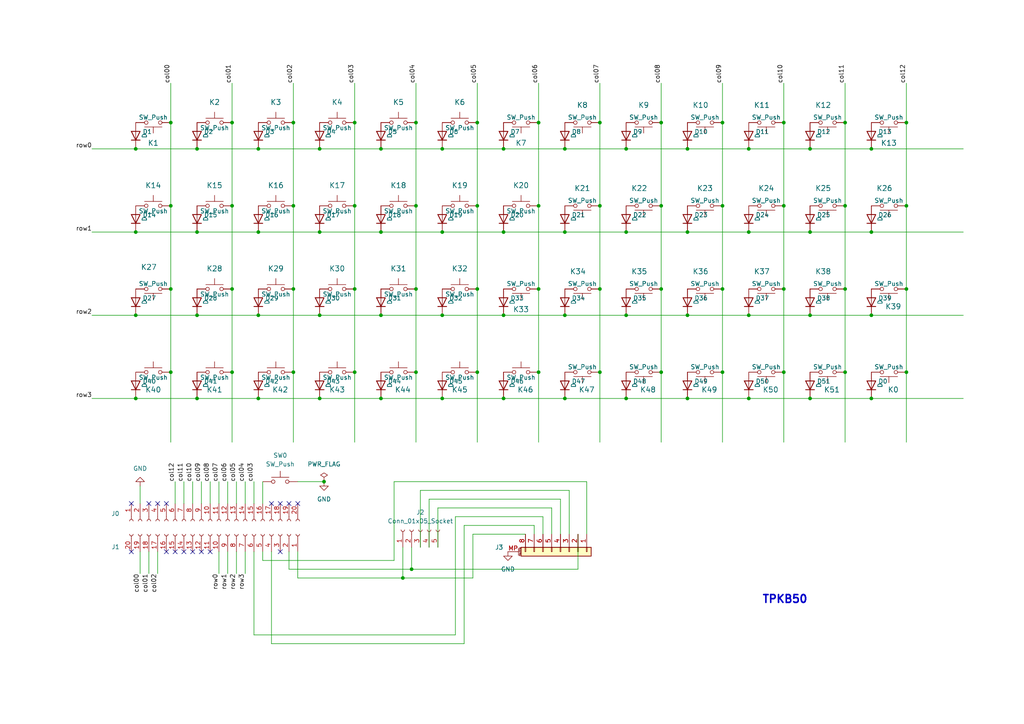
<source format=kicad_sch>
(kicad_sch (version 20230121) (generator eeschema)
  (paper "A4")
  (title_block (title "tpkb50") (date "2023-09-05") (rev "1.0"))
  (lib_symbols
    (symbol "Connector:Conn_01x05_Socket" (pin_names (offset 1.016) hide)
      (property "Reference" "J" (at 0 7.62 0))
      (property "Value" "Conn_01x05_Socket" (at 0 -7.62 0))
      (symbol "Conn_01x05_Socket_1_1"
        (pin passive line (at -5.08 5.08 0) (length 3.81) (name "Pin_1") (number "1"))
        (pin passive line (at -5.08 2.54 0) (length 3.81) (name "Pin_2") (number "2"))
        (pin passive line (at -5.08 0 0) (length 3.81) (name "Pin_3") (number "3"))
        (pin passive line (at -5.08 -2.54 0) (length 3.81) (name "Pin_4") (number "4"))
        (pin passive line (at -5.08 -5.08 0) (length 3.81) (name "Pin_5") (number "5"))
      )
    )
    (symbol "Connector:Conn_01x20_Socket" (pin_names (offset 1.016) hide)
      (property "Reference" "J" (at 0 25.4 0))
      (property "Value" "Conn_01x20_Socket" (at 0 -27.94 0))
      (symbol "Conn_01x20_Socket_1_1"
        (pin passive line (at -5.08 22.86 0) (length 3.81) (name "Pin_1") (number "1"))
        (pin passive line (at -5.08 0 0) (length 3.81) (name "Pin_10") (number "10"))
        (pin passive line (at -5.08 -2.54 0) (length 3.81) (name "Pin_11") (number "11"))
        (pin passive line (at -5.08 -5.08 0) (length 3.81) (name "Pin_12") (number "12"))
        (pin passive line (at -5.08 -7.62 0) (length 3.81) (name "Pin_13") (number "13"))
        (pin passive line (at -5.08 -10.16 0) (length 3.81) (name "Pin_14") (number "14"))
        (pin passive line (at -5.08 -12.7 0) (length 3.81) (name "Pin_15") (number "15"))
        (pin passive line (at -5.08 -15.24 0) (length 3.81) (name "Pin_16") (number "16"))
        (pin passive line (at -5.08 -17.78 0) (length 3.81) (name "Pin_17") (number "17"))
        (pin passive line (at -5.08 -20.32 0) (length 3.81) (name "Pin_18") (number "18"))
        (pin passive line (at -5.08 -22.86 0) (length 3.81) (name "Pin_19") (number "19"))
        (pin passive line (at -5.08 20.32 0) (length 3.81) (name "Pin_2") (number "2"))
        (pin passive line (at -5.08 -25.4 0) (length 3.81) (name "Pin_20") (number "20"))
        (pin passive line (at -5.08 17.78 0) (length 3.81) (name "Pin_3") (number "3"))
        (pin passive line (at -5.08 15.24 0) (length 3.81) (name "Pin_4") (number "4"))
        (pin passive line (at -5.08 12.7 0) (length 3.81) (name "Pin_5") (number "5"))
        (pin passive line (at -5.08 10.16 0) (length 3.81) (name "Pin_6") (number "6"))
        (pin passive line (at -5.08 7.62 0) (length 3.81) (name "Pin_7") (number "7"))
        (pin passive line (at -5.08 5.08 0) (length 3.81) (name "Pin_8") (number "8"))
        (pin passive line (at -5.08 2.54 0) (length 3.81) (name "Pin_9") (number "9"))
      )
    )
    (symbol "Connector_Generic_MountingPin:Conn_01x08_MountingPin" (pin_names (offset 1.016) hide)
      (property "Reference" "J" (at 0 10.16 0))
      (property "Value" "Conn_01x08_MountingPin" (at 1.27 -12.7 0))
      (symbol "Conn_01x08_MountingPin_1_1"
        (text "Mounting" (at 0 -11.811 0) (effects (font (size 0.381 0.381))))
        (pin passive line (at -5.08 7.62 0) (length 3.81) (name "Pin_1") (number "1"))
        (pin passive line (at -5.08 5.08 0) (length 3.81) (name "Pin_2") (number "2"))
        (pin passive line (at -5.08 2.54 0) (length 3.81) (name "Pin_3") (number "3"))
        (pin passive line (at -5.08 0 0) (length 3.81) (name "Pin_4") (number "4"))
        (pin passive line (at -5.08 -2.54 0) (length 3.81) (name "Pin_5") (number "5"))
        (pin passive line (at -5.08 -5.08 0) (length 3.81) (name "Pin_6") (number "6"))
        (pin passive line (at -5.08 -7.62 0) (length 3.81) (name "Pin_7") (number "7"))
        (pin passive line (at -5.08 -10.16 0) (length 3.81) (name "Pin_8") (number "8"))
        (pin passive line (at 0 -15.24 90) (length 3.048) (name "MountPin") (number "MP"))
      )
    )
    (symbol "Device:D" (pin_numbers hide) (pin_names (offset 1.016) hide)
      (property "Reference" "D" (at 0 2.54 0))
      (property "Value" "D" (at 0 -2.54 0))
      (symbol "D_1_1"
        (pin passive line (at -3.81 0 0) (length 2.54) (name "K") (number "1"))
        (pin passive line (at 3.81 0 180) (length 2.54) (name "A") (number "2"))
      )
    )
    (symbol "Switch:SW_Push" (pin_numbers hide) (pin_names (offset 1.016) hide)
      (property "Reference" "SW" (at 1.27 2.54 0))
      (property "Value" "SW_Push" (at 0 -1.524 0))
      (symbol "SW_Push_0_1"
        (pin passive line (at -5.08 0 0) (length 2.54) (name "1") (number "1"))
        (pin passive line (at 5.08 0 180) (length 2.54) (name "2") (number "2"))
      )
    )
    (symbol "power:GND" (power) (pin_names (offset 0))
      (property "Value" "GND" (at 0 -3.81 0))
      (symbol "GND_1_1"
        (pin power_in line (at 0 0 270) (length 0) hide (name "GND") (number "1"))
      )
    )
    (symbol "power:PWR_FLAG" (power) (pin_numbers hide) (pin_names (offset 0) hide)
      (property "Value" "PWR_FLAG" (at 0 3.81 0))
      (symbol "PWR_FLAG_0_0"
        (pin power_out line (at 0 0 90) (length 0) (name "pwr") (number "1"))
      )
    )
  )
  (junction (at 110.49 115.57))
  (junction (at 92.71 115.57))
  (junction (at 227.33 35.56))
  (junction (at 209.55 107.95))
  (junction (at 92.71 67.31))
  (junction (at 227.33 83.82))
  (junction (at 74.93 115.57))
  (junction (at 262.89 107.95))
  (junction (at 67.31 107.95))
  (junction (at 138.43 83.82))
  (junction (at 85.09 107.95))
  (junction (at 119.38 165.1))
  (junction (at 234.95 43.18))
  (junction (at 49.53 35.56))
  (junction (at 217.17 115.57))
  (junction (at 128.27 91.44))
  (junction (at 209.55 83.82))
  (junction (at 234.95 91.44))
  (junction (at 227.33 107.95))
  (junction (at 156.21 59.69))
  (junction (at 252.73 115.57))
  (junction (at 128.27 115.57))
  (junction (at 163.83 91.44))
  (junction (at 146.05 43.18))
  (junction (at 49.53 107.95))
  (junction (at 209.55 59.69))
  (junction (at 262.89 35.56))
  (junction (at 120.65 83.82))
  (junction (at 191.77 35.56))
  (junction (at 102.87 107.95))
  (junction (at 173.99 83.82))
  (junction (at 39.37 67.31))
  (junction (at 93.98 139.7))
  (junction (at 138.43 35.56))
  (junction (at 102.87 35.56))
  (junction (at 245.11 59.69))
  (junction (at 67.31 35.56))
  (junction (at 85.09 35.56))
  (junction (at 146.05 67.31))
  (junction (at 234.95 115.57))
  (junction (at 57.15 91.44))
  (junction (at 92.71 43.18))
  (junction (at 57.15 67.31))
  (junction (at 262.89 59.69))
  (junction (at 234.95 67.31))
  (junction (at 120.65 59.69))
  (junction (at 39.37 91.44))
  (junction (at 245.11 35.56))
  (junction (at 138.43 59.69))
  (junction (at 128.27 67.31))
  (junction (at 120.65 107.95))
  (junction (at 156.21 83.82))
  (junction (at 227.33 59.69))
  (junction (at 39.37 43.18))
  (junction (at 217.17 91.44))
  (junction (at 156.21 35.56))
  (junction (at 120.65 35.56))
  (junction (at 74.93 43.18))
  (junction (at 209.55 35.56))
  (junction (at 173.99 107.95))
  (junction (at 199.39 115.57))
  (junction (at 252.73 91.44))
  (junction (at 39.37 115.57))
  (junction (at 102.87 59.69))
  (junction (at 262.89 83.82))
  (junction (at 156.21 107.95))
  (junction (at 181.61 43.18))
  (junction (at 128.27 43.18))
  (junction (at 85.09 83.82))
  (junction (at 191.77 107.95))
  (junction (at 110.49 43.18))
  (junction (at 49.53 83.82))
  (junction (at 191.77 83.82))
  (junction (at 146.05 91.44))
  (junction (at 110.49 91.44))
  (junction (at 217.17 67.31))
  (junction (at 199.39 91.44))
  (junction (at 57.15 43.18))
  (junction (at 173.99 35.56))
  (junction (at 163.83 43.18))
  (junction (at 49.53 59.69))
  (junction (at 191.77 59.69))
  (junction (at 252.73 67.31))
  (junction (at 138.43 107.95))
  (junction (at 199.39 43.18))
  (junction (at 67.31 59.69))
  (junction (at 57.15 115.57))
  (junction (at 85.09 59.69))
  (junction (at 74.93 67.31))
  (junction (at 181.61 91.44))
  (junction (at 217.17 43.18))
  (junction (at 67.31 83.82))
  (junction (at 116.84 167.64))
  (junction (at 199.39 67.31))
  (junction (at 181.61 115.57))
  (junction (at 92.71 91.44))
  (junction (at 163.83 115.57))
  (junction (at 110.49 67.31))
  (junction (at 102.87 83.82))
  (junction (at 181.61 67.31))
  (junction (at 173.99 59.69))
  (junction (at 74.93 91.44))
  (junction (at 245.11 107.95))
  (junction (at 146.05 115.57))
  (junction (at 252.73 43.18))
  (junction (at 245.11 83.82))
  (junction (at 163.83 67.31))
  (no_connect (at 48.26 160.02))
  (no_connect (at 38.1 146.05))
  (no_connect (at 83.82 146.05))
  (no_connect (at 50.8 160.02))
  (no_connect (at 43.18 146.05))
  (no_connect (at 86.36 146.05))
  (no_connect (at 78.74 146.05))
  (no_connect (at 81.28 160.02))
  (no_connect (at 53.34 160.02))
  (no_connect (at 48.26 146.05))
  (no_connect (at 58.42 160.02))
  (no_connect (at 55.88 160.02))
  (no_connect (at 38.1 160.02))
  (no_connect (at 60.96 160.02))
  (no_connect (at 45.72 146.05))
  (no_connect (at 81.28 146.05))
  (wire (pts (xy 110.49 67.31) (xy 128.27 67.31)))
  (wire (pts (xy 49.53 24.13) (xy 49.53 35.56)))
  (wire (pts (xy 181.61 91.44) (xy 199.39 91.44)))
  (wire (pts (xy 110.49 115.57) (xy 128.27 115.57)))
  (wire (pts (xy 55.88 139.7) (xy 55.88 146.05)))
  (wire (pts (xy 85.09 59.69) (xy 85.09 83.82)))
  (wire (pts (xy 173.99 35.56) (xy 173.99 59.69)))
  (wire (pts (xy 209.55 59.69) (xy 209.55 83.82)))
  (wire (pts (xy 173.99 107.95) (xy 173.99 128.27)))
  (wire (pts (xy 227.33 83.82) (xy 227.33 107.95)))
  (wire (pts (xy 63.5 139.7) (xy 63.5 146.05)))
  (wire (pts (xy 234.95 67.31) (xy 252.73 67.31)))
  (wire (pts (xy 57.15 115.57) (xy 74.93 115.57)))
  (wire (pts (xy 252.73 43.18) (xy 279.4 43.18)))
  (wire (pts (xy 191.77 35.56) (xy 191.77 59.69)))
  (wire (pts (xy 134.62 152.4) (xy 134.62 186.69)))
  (wire (pts (xy 93.98 139.7) (xy 86.36 139.7)))
  (wire (pts (xy 102.87 24.13) (xy 102.87 35.56)))
  (wire (pts (xy 154.94 154.94) (xy 154.94 152.4)))
  (wire (pts (xy 262.89 83.82) (xy 262.89 107.95)))
  (wire (pts (xy 209.55 83.82) (xy 209.55 107.95)))
  (wire (pts (xy 67.31 59.69) (xy 67.31 83.82)))
  (wire (pts (xy 245.11 35.56) (xy 245.11 59.69)))
  (wire (pts (xy 199.39 43.18) (xy 217.17 43.18)))
  (wire (pts (xy 262.89 24.13) (xy 262.89 35.56)))
  (wire (pts (xy 92.71 43.18) (xy 110.49 43.18)))
  (wire (pts (xy 57.15 67.31) (xy 74.93 67.31)))
  (wire (pts (xy 165.1 154.94) (xy 165.1 142.24)))
  (wire (pts (xy 199.39 115.57) (xy 217.17 115.57)))
  (wire (pts (xy 120.65 35.56) (xy 120.65 59.69)))
  (wire (pts (xy 156.21 35.56) (xy 156.21 59.69)))
  (wire (pts (xy 85.09 24.13) (xy 85.09 35.56)))
  (wire (pts (xy 114.3 162.56) (xy 114.3 139.7)))
  (wire (pts (xy 163.83 43.18) (xy 181.61 43.18)))
  (wire (pts (xy 57.15 43.18) (xy 74.93 43.18)))
  (wire (pts (xy 43.18 160.02) (xy 43.18 166.37)))
  (wire (pts (xy 160.02 154.94) (xy 160.02 147.32)))
  (wire (pts (xy 73.66 184.15) (xy 132.08 184.15)))
  (wire (pts (xy 67.31 83.82) (xy 67.31 107.95)))
  (wire (pts (xy 40.64 140.97) (xy 40.64 146.05)))
  (wire (pts (xy 170.18 154.94) (xy 170.18 139.7)))
  (wire (pts (xy 157.48 149.86) (xy 157.48 154.94)))
  (wire (pts (xy 173.99 83.82) (xy 173.99 107.95)))
  (wire (pts (xy 154.94 152.4) (xy 134.62 152.4)))
  (wire (pts (xy 66.04 139.7) (xy 66.04 146.05)))
  (wire (pts (xy 102.87 107.95) (xy 102.87 128.27)))
  (wire (pts (xy 146.05 67.31) (xy 163.83 67.31)))
  (wire (pts (xy 39.37 115.57) (xy 57.15 115.57)))
  (wire (pts (xy 102.87 59.69) (xy 102.87 83.82)))
  (wire (pts (xy 262.89 59.69) (xy 262.89 83.82)))
  (wire (pts (xy 49.53 35.56) (xy 49.53 59.69)))
  (wire (pts (xy 121.92 142.24) (xy 165.1 142.24)))
  (wire (pts (xy 39.37 91.44) (xy 57.15 91.44)))
  (wire (pts (xy 262.89 107.95) (xy 262.89 128.27)))
  (wire (pts (xy 86.36 167.64) (xy 86.36 160.02)))
  (wire (pts (xy 173.99 59.69) (xy 173.99 83.82)))
  (wire (pts (xy 217.17 91.44) (xy 234.95 91.44)))
  (wire (pts (xy 116.84 167.64) (xy 137.16 167.64)))
  (wire (pts (xy 138.43 83.82) (xy 138.43 107.95)))
  (wire (pts (xy 156.21 24.13) (xy 156.21 35.56)))
  (wire (pts (xy 120.65 59.69) (xy 120.65 83.82)))
  (wire (pts (xy 209.55 35.56) (xy 209.55 59.69)))
  (wire (pts (xy 199.39 67.31) (xy 217.17 67.31)))
  (wire (pts (xy 26.67 115.57) (xy 39.37 115.57)))
  (wire (pts (xy 234.95 115.57) (xy 252.73 115.57)))
  (wire (pts (xy 217.17 67.31) (xy 234.95 67.31)))
  (wire (pts (xy 138.43 35.56) (xy 138.43 59.69)))
  (wire (pts (xy 162.56 144.78) (xy 162.56 154.94)))
  (wire (pts (xy 137.16 154.94) (xy 152.4 154.94)))
  (wire (pts (xy 120.65 24.13) (xy 120.65 35.56)))
  (wire (pts (xy 74.93 115.57) (xy 92.71 115.57)))
  (wire (pts (xy 92.71 67.31) (xy 110.49 67.31)))
  (wire (pts (xy 49.53 107.95) (xy 49.53 128.27)))
  (wire (pts (xy 71.12 139.7) (xy 71.12 146.05)))
  (wire (pts (xy 67.31 35.56) (xy 67.31 59.69)))
  (wire (pts (xy 199.39 91.44) (xy 217.17 91.44)))
  (wire (pts (xy 110.49 91.44) (xy 128.27 91.44)))
  (wire (pts (xy 85.09 83.82) (xy 85.09 107.95)))
  (wire (pts (xy 45.72 160.02) (xy 45.72 166.37)))
  (wire (pts (xy 63.5 160.02) (xy 63.5 166.37)))
  (wire (pts (xy 121.92 142.24) (xy 121.92 158.75)))
  (wire (pts (xy 173.99 24.13) (xy 173.99 35.56)))
  (wire (pts (xy 40.64 160.02) (xy 40.64 166.37)))
  (wire (pts (xy 57.15 91.44) (xy 74.93 91.44)))
  (wire (pts (xy 128.27 115.57) (xy 146.05 115.57)))
  (wire (pts (xy 252.73 67.31) (xy 279.4 67.31)))
  (wire (pts (xy 26.67 67.31) (xy 39.37 67.31)))
  (wire (pts (xy 146.05 115.57) (xy 163.83 115.57)))
  (wire (pts (xy 119.38 165.1) (xy 83.82 165.1)))
  (wire (pts (xy 124.46 144.78) (xy 124.46 158.75)))
  (wire (pts (xy 74.93 43.18) (xy 92.71 43.18)))
  (wire (pts (xy 132.08 149.86) (xy 157.48 149.86)))
  (wire (pts (xy 132.08 149.86) (xy 132.08 184.15)))
  (wire (pts (xy 156.21 59.69) (xy 156.21 83.82)))
  (wire (pts (xy 209.55 107.95) (xy 209.55 128.27)))
  (wire (pts (xy 167.64 165.1) (xy 119.38 165.1)))
  (wire (pts (xy 217.17 43.18) (xy 234.95 43.18)))
  (wire (pts (xy 53.34 139.7) (xy 53.34 146.05)))
  (wire (pts (xy 66.04 166.37) (xy 66.04 160.02)))
  (wire (pts (xy 26.67 43.18) (xy 39.37 43.18)))
  (wire (pts (xy 49.53 59.69) (xy 49.53 83.82)))
  (wire (pts (xy 163.83 67.31) (xy 181.61 67.31)))
  (wire (pts (xy 26.67 91.44) (xy 39.37 91.44)))
  (wire (pts (xy 110.49 43.18) (xy 128.27 43.18)))
  (wire (pts (xy 191.77 24.13) (xy 191.77 35.56)))
  (wire (pts (xy 146.05 43.18) (xy 163.83 43.18)))
  (wire (pts (xy 58.42 139.7) (xy 58.42 146.05)))
  (wire (pts (xy 262.89 35.56) (xy 262.89 59.69)))
  (wire (pts (xy 138.43 24.13) (xy 138.43 35.56)))
  (wire (pts (xy 78.74 186.69) (xy 134.62 186.69)))
  (wire (pts (xy 156.21 83.82) (xy 156.21 107.95)))
  (wire (pts (xy 71.12 166.37) (xy 71.12 160.02)))
  (wire (pts (xy 102.87 83.82) (xy 102.87 107.95)))
  (wire (pts (xy 76.2 139.7) (xy 76.2 146.05)))
  (wire (pts (xy 83.82 160.02) (xy 83.82 165.1)))
  (wire (pts (xy 227.33 107.95) (xy 227.33 128.27)))
  (wire (pts (xy 39.37 67.31) (xy 57.15 67.31)))
  (wire (pts (xy 191.77 83.82) (xy 191.77 107.95)))
  (wire (pts (xy 156.21 107.95) (xy 156.21 128.27)))
  (wire (pts (xy 67.31 24.13) (xy 67.31 35.56)))
  (wire (pts (xy 128.27 43.18) (xy 146.05 43.18)))
  (wire (pts (xy 137.16 154.94) (xy 137.16 167.64)))
  (wire (pts (xy 138.43 59.69) (xy 138.43 83.82)))
  (wire (pts (xy 120.65 83.82) (xy 120.65 107.95)))
  (wire (pts (xy 76.2 162.56) (xy 114.3 162.56)))
  (wire (pts (xy 73.66 139.7) (xy 73.66 146.05)))
  (wire (pts (xy 119.38 165.1) (xy 119.38 158.75)))
  (wire (pts (xy 163.83 91.44) (xy 181.61 91.44)))
  (wire (pts (xy 68.58 139.7) (xy 68.58 146.05)))
  (wire (pts (xy 181.61 67.31) (xy 199.39 67.31)))
  (wire (pts (xy 127 147.32) (xy 127 158.75)))
  (wire (pts (xy 116.84 158.75) (xy 116.84 167.64)))
  (wire (pts (xy 163.83 115.57) (xy 181.61 115.57)))
  (wire (pts (xy 252.73 91.44) (xy 279.4 91.44)))
  (wire (pts (xy 78.74 160.02) (xy 78.74 186.69)))
  (wire (pts (xy 74.93 91.44) (xy 92.71 91.44)))
  (wire (pts (xy 85.09 107.95) (xy 85.09 128.27)))
  (wire (pts (xy 181.61 115.57) (xy 199.39 115.57)))
  (wire (pts (xy 227.33 35.56) (xy 227.33 59.69)))
  (wire (pts (xy 92.71 91.44) (xy 110.49 91.44)))
  (wire (pts (xy 86.36 167.64) (xy 116.84 167.64)))
  (wire (pts (xy 128.27 67.31) (xy 146.05 67.31)))
  (wire (pts (xy 92.71 115.57) (xy 110.49 115.57)))
  (wire (pts (xy 138.43 107.95) (xy 138.43 128.27)))
  (wire (pts (xy 73.66 160.02) (xy 73.66 184.15)))
  (wire (pts (xy 227.33 59.69) (xy 227.33 83.82)))
  (wire (pts (xy 85.09 35.56) (xy 85.09 59.69)))
  (wire (pts (xy 234.95 91.44) (xy 252.73 91.44)))
  (wire (pts (xy 49.53 83.82) (xy 49.53 107.95)))
  (wire (pts (xy 67.31 107.95) (xy 67.31 128.27)))
  (wire (pts (xy 114.3 139.7) (xy 170.18 139.7)))
  (wire (pts (xy 50.8 139.7) (xy 50.8 146.05)))
  (wire (pts (xy 252.73 115.57) (xy 279.4 115.57)))
  (wire (pts (xy 39.37 43.18) (xy 57.15 43.18)))
  (wire (pts (xy 146.05 91.44) (xy 163.83 91.44)))
  (wire (pts (xy 209.55 24.13) (xy 209.55 35.56)))
  (wire (pts (xy 74.93 67.31) (xy 92.71 67.31)))
  (wire (pts (xy 245.11 59.69) (xy 245.11 83.82)))
  (wire (pts (xy 160.02 147.32) (xy 127 147.32)))
  (wire (pts (xy 245.11 83.82) (xy 245.11 107.95)))
  (wire (pts (xy 128.27 91.44) (xy 146.05 91.44)))
  (wire (pts (xy 60.96 139.7) (xy 60.96 146.05)))
  (wire (pts (xy 76.2 160.02) (xy 76.2 162.56)))
  (wire (pts (xy 191.77 59.69) (xy 191.77 83.82)))
  (wire (pts (xy 68.58 160.02) (xy 68.58 166.37)))
  (wire (pts (xy 191.77 107.95) (xy 191.77 128.27)))
  (wire (pts (xy 181.61 43.18) (xy 199.39 43.18)))
  (wire (pts (xy 102.87 35.56) (xy 102.87 59.69)))
  (wire (pts (xy 120.65 107.95) (xy 120.65 128.27)))
  (wire (pts (xy 245.11 24.13) (xy 245.11 35.56)))
  (wire (pts (xy 234.95 43.18) (xy 252.73 43.18)))
  (wire (pts (xy 245.11 107.95) (xy 245.11 128.27)))
  (wire (pts (xy 227.33 24.13) (xy 227.33 35.56)))
  (wire (pts (xy 167.64 154.94) (xy 167.64 165.1)))
  (wire (pts (xy 217.17 115.57) (xy 234.95 115.57)))
  (wire (pts (xy 124.46 144.78) (xy 162.56 144.78)))
  (text "TPKB50" (at 220.98 175.26 0) (effects (font (size 2.2606 2.2606) (thickness 0.4521) bold) (justify left bottom)))
  (label "row1" (at 26.67 67.31 180))
  (label "col06" (at 156.21 24.13 90))
  (label "col04" (at 71.12 139.7 90))
  (label "col12" (at 50.8 139.7 90))
  (label "col03" (at 73.66 139.7 90))
  (label "col07" (at 173.99 24.13 90))
  (label "col05" (at 138.43 24.13 90))
  (label "col08" (at 60.96 139.7 90))
  (label "row0" (at 26.67 43.18 180))
  (label "col10" (at 55.88 139.7 90))
  (label "col09" (at 209.55 24.13 90))
  (label "col01" (at 43.18 166.37 270))
  (label "col06" (at 66.04 139.7 90))
  (label "col00" (at 49.53 24.13 90))
  (label "col02" (at 85.09 24.13 90))
  (label "col09" (at 58.42 139.7 90))
  (label "col05" (at 68.58 139.7 90))
  (label "col04" (at 120.65 24.13 90))
  (label "col11" (at 245.11 24.13 90))
  (label "row0" (at 63.5 166.37 270))
  (label "col00" (at 40.64 166.37 270))
  (label "col12" (at 262.89 24.13 90))
  (label "row1" (at 66.04 166.37 270))
  (label "row3" (at 71.12 166.37 270))
  (label "col02" (at 45.72 166.37 270))
  (label "row3" (at 26.67 115.57 180))
  (label "col11" (at 53.34 139.7 90))
  (label "row2" (at 26.67 91.44 180))
  (label "col10" (at 227.33 24.13 90))
  (label "col01" (at 67.31 24.13 90))
  (label "col03" (at 102.87 24.13 90))
  (label "row2" (at 68.58 166.37 270))
  (label "col07" (at 63.5 139.7 90))
  (label "col08" (at 191.77 24.13 90))
  (symbol (lib_id "Device:D") (at 92.71 87.63 90) (unit 1)
    (property "Reference" "D30" (at 94.7166 86.4616 90) (effects (justify right)))
    (property "Value" "D" (at 95.25 87.63 0))
    (property "Footprint" "tpkb50:D_DO-35_SOD27_P7.62mm_Horizontal" (effects hide))
    (property "Sim.Device" "D" (effects hide))
    (property "Sim.Pins" "1=K 2=A" (effects hide))
  )
  (symbol (lib_id "Device:D") (at 92.71 111.76 90) (unit 1)
    (property "Reference" "D43" (at 94.7166 110.5916 90) (effects (justify right)))
    (property "Value" "D" (at 95.25 111.76 0))
    (property "Footprint" "tpkb50:D_DO-35_SOD27_P7.62mm_Horizontal" (effects hide))
    (property "Sim.Device" "D" (effects hide))
    (property "Sim.Pins" "1=K 2=A" (effects hide))
  )
  (symbol (lib_id "Device:D") (at 110.49 111.76 90) (unit 1)
    (property "Reference" "D44" (at 112.4966 110.5916 90) (effects (justify right)))
    (property "Value" "D" (at 113.03 111.76 0))
    (property "Footprint" "tpkb50:D_DO-35_SOD27_P7.62mm_Horizontal" (effects hide))
    (property "Sim.Device" "D" (effects hide))
    (property "Sim.Pins" "1=K 2=A" (effects hide))
  )
  (symbol (lib_id "Device:D") (at 110.49 87.63 90) (unit 1)
    (property "Reference" "D31" (at 112.4966 86.4616 90) (effects (justify right)))
    (property "Value" "D" (at 113.03 87.63 0))
    (property "Footprint" "tpkb50:D_DO-35_SOD27_P7.62mm_Horizontal" (effects hide))
    (property "Sim.Device" "D" (effects hide))
    (property "Sim.Pins" "1=K 2=A" (effects hide))
  )
  (symbol (lib_id "Switch:SW_Push") (at 44.45 35.56 180) (unit 1)
    (property "Reference" "K1" (at 44.45 41.4782 0) (effects (font (size 1.524 1.524))))
    (property "Value" "SW_Push" (at 44.45 34.036 0))
    (property "Footprint" "tpkb50:SW_Cherry_MX_1.00u_Plate_18.5_fixed" (effects hide))
  )
  (symbol (lib_id "Device:D") (at 128.27 87.63 90) (unit 1)
    (property "Reference" "D32" (at 130.2766 86.4616 90) (effects (justify right)))
    (property "Value" "D" (at 130.81 87.63 0))
    (property "Footprint" "tpkb50:D_DO-35_SOD27_P7.62mm_Horizontal" (effects hide))
    (property "Sim.Device" "D" (effects hide))
    (property "Sim.Pins" "1=K 2=A" (effects hide))
  )
  (symbol (lib_id "Device:D") (at 128.27 111.76 90) (unit 1)
    (property "Reference" "D45" (at 130.2766 110.5916 90) (effects (justify right)))
    (property "Value" "D" (at 130.81 111.76 0))
    (property "Footprint" "tpkb50:D_DO-35_SOD27_P7.62mm_Horizontal" (effects hide))
    (property "Sim.Device" "D" (effects hide))
    (property "Sim.Pins" "1=K 2=A" (effects hide))
  )
  (symbol (lib_id "Device:D") (at 39.37 39.37 90) (unit 1)
    (property "Reference" "D1" (at 41.3766 38.2016 90) (effects (justify right)))
    (property "Value" "D" (at 41.91 39.37 0))
    (property "Footprint" "tpkb50:D_DO-35_SOD27_P7.62mm_Horizontal" (effects hide))
    (property "Sim.Device" "D" (effects hide))
    (property "Sim.Pins" "1=K 2=A" (effects hide))
  )
  (symbol (lib_id "Device:D") (at 163.83 87.63 90) (unit 1)
    (property "Reference" "D34" (at 165.8366 86.4616 90) (effects (justify right)))
    (property "Value" "D" (at 166.37 87.63 0))
    (property "Footprint" "tpkb50:D_DO-35_SOD27_P7.62mm_Horizontal" (effects hide))
    (property "Sim.Device" "D" (effects hide))
    (property "Sim.Pins" "1=K 2=A" (effects hide))
  )
  (symbol (lib_id "Device:D") (at 163.83 111.76 90) (unit 1)
    (property "Reference" "D47" (at 165.8366 110.5916 90) (effects (justify right)))
    (property "Value" "D" (at 166.37 111.76 0))
    (property "Footprint" "tpkb50:D_DO-35_SOD27_P7.62mm_Horizontal" (effects hide))
    (property "Sim.Device" "D" (effects hide))
    (property "Sim.Pins" "1=K 2=A" (effects hide))
  )
  (symbol (lib_id "Device:D") (at 146.05 111.76 90) (unit 1)
    (property "Reference" "D46" (at 148.0566 110.5916 90) (effects (justify right)))
    (property "Value" "D" (at 148.59 111.76 0))
    (property "Footprint" "tpkb50:D_DO-35_SOD27_P7.62mm_Horizontal" (effects hide))
    (property "Sim.Device" "D" (effects hide))
    (property "Sim.Pins" "1=K 2=A" (effects hide))
  )
  (symbol (lib_id "Switch:SW_Push") (at 62.23 35.56 0) (unit 1)
    (property "Reference" "K2" (at 62.23 29.6418 0) (effects (font (size 1.524 1.524))))
    (property "Value" "SW_Push" (at 62.23 37.084 0))
    (property "Footprint" "tpkb50:SW_Cherry_MX_1.00u_Plate_18.5_fixed" (effects hide))
  )
  (symbol (lib_id "Switch:SW_Push") (at 80.01 35.56 0) (unit 1)
    (property "Reference" "K3" (at 80.01 29.6418 0) (effects (font (size 1.524 1.524))))
    (property "Value" "SW_Push" (at 80.01 37.084 0))
    (property "Footprint" "tpkb50:SW_Cherry_MX_1.00u_Plate_18.5_fixed" (effects hide))
  )
  (symbol (lib_id "Switch:SW_Push") (at 97.79 35.56 0) (unit 1)
    (property "Reference" "K4" (at 97.79 29.6418 0) (effects (font (size 1.524 1.524))))
    (property "Value" "SW_Push" (at 97.79 37.084 0))
    (property "Footprint" "tpkb50:SW_Cherry_MX_1.00u_Plate_18.5_fixed" (effects hide))
  )
  (symbol (lib_id "Switch:SW_Push") (at 115.57 35.56 0) (unit 1)
    (property "Reference" "K5" (at 115.57 29.6418 0) (effects (font (size 1.524 1.524))))
    (property "Value" "SW_Push" (at 115.57 37.084 0))
    (property "Footprint" "tpkb50:SW_Cherry_MX_1.00u_Plate_18.5_fixed" (effects hide))
  )
  (symbol (lib_id "Switch:SW_Push") (at 133.35 35.56 0) (unit 1)
    (property "Reference" "K6" (at 133.35 29.6418 0) (effects (font (size 1.524 1.524))))
    (property "Value" "SW_Push" (at 133.35 37.084 0))
    (property "Footprint" "tpkb50:SW_Cherry_MX_1.00u_Plate_18.5_fixed" (effects hide))
  )
  (symbol (lib_id "Switch:SW_Push") (at 168.91 35.56 180) (unit 1)
    (property "Reference" "K8" (at 168.91 30.48 0) (effects (font (size 1.524 1.524))))
    (property "Value" "SW_Push" (at 168.91 34.036 0))
    (property "Footprint" "tpkb50:SW_Cherry_MX_1.00u_Plate_18.5_fixed" (effects hide))
  )
  (symbol (lib_id "Switch:SW_Push") (at 186.69 35.56 180) (unit 1)
    (property "Reference" "K9" (at 186.69 30.48 0) (effects (font (size 1.524 1.524))))
    (property "Value" "SW_Push" (at 186.69 34.036 0))
    (property "Footprint" "tpkb50:SW_Cherry_MX_1.00u_Plate_18.5_fixed" (effects hide))
  )
  (symbol (lib_id "Switch:SW_Push") (at 204.47 35.56 180) (unit 1)
    (property "Reference" "K10" (at 203.2 30.48 0) (effects (font (size 1.524 1.524))))
    (property "Value" "SW_Push" (at 204.47 34.036 0))
    (property "Footprint" "tpkb50:SW_Cherry_MX_1.00u_Plate_18.5_fixed" (effects hide))
  )
  (symbol (lib_id "Switch:SW_Push") (at 222.25 35.56 180) (unit 1)
    (property "Reference" "K11" (at 220.98 30.48 0) (effects (font (size 1.524 1.524))))
    (property "Value" "SW_Push" (at 222.25 34.036 0))
    (property "Footprint" "tpkb50:SW_Cherry_MX_1.00u_Plate_18.5_fixed" (effects hide))
  )
  (symbol (lib_id "Device:D") (at 252.73 111.76 90) (unit 1)
    (property "Reference" "D0" (at 254.7366 110.5916 90) (effects (justify right)))
    (property "Value" "D" (at 255.27 111.76 0))
    (property "Footprint" "tpkb50:D_DO-35_SOD27_P7.62mm_Horizontal" (effects hide))
    (property "Sim.Device" "D" (effects hide))
    (property "Sim.Pins" "1=K 2=A" (effects hide))
  )
  (symbol (lib_id "Switch:SW_Push") (at 240.03 35.56 180) (unit 1)
    (property "Reference" "K12" (at 238.76 30.48 0) (effects (font (size 1.524 1.524))))
    (property "Value" "SW_Push" (at 240.03 34.036 0))
    (property "Footprint" "tpkb50:SW_Cherry_MX_1.00u_Plate_18.5_fixed" (effects hide))
  )
  (symbol (lib_id "Switch:SW_Push") (at 257.81 35.56 180) (unit 1)
    (property "Reference" "K13" (at 257.81 41.4782 0) (effects (font (size 1.524 1.524))))
    (property "Value" "SW_Push" (at 257.81 34.036 0))
    (property "Footprint" "tpkb50:SW_Cherry_MX_1.00u_Plate_18.5_fixed" (effects hide))
  )
  (symbol (lib_id "Device:D") (at 252.73 87.63 90) (unit 1)
    (property "Reference" "D39" (at 254.7366 86.4616 90) (effects (justify right)))
    (property "Value" "D" (at 255.27 87.63 0))
    (property "Footprint" "tpkb50:D_DO-35_SOD27_P7.62mm_Horizontal" (effects hide))
    (property "Sim.Device" "D" (effects hide))
    (property "Sim.Pins" "1=K 2=A" (effects hide))
  )
  (symbol (lib_id "Device:D") (at 234.95 87.63 90) (unit 1)
    (property "Reference" "D38" (at 236.9566 86.4616 90) (effects (justify right)))
    (property "Value" "D" (at 237.49 87.63 0))
    (property "Footprint" "tpkb50:D_DO-35_SOD27_P7.62mm_Horizontal" (effects hide))
    (property "Sim.Device" "D" (effects hide))
    (property "Sim.Pins" "1=K 2=A" (effects hide))
  )
  (symbol (lib_id "Device:D") (at 217.17 87.63 90) (unit 1)
    (property "Reference" "D37" (at 219.1766 86.4616 90) (effects (justify right)))
    (property "Value" "D" (at 219.71 87.63 0))
    (property "Footprint" "tpkb50:D_DO-35_SOD27_P7.62mm_Horizontal" (effects hide))
    (property "Sim.Device" "D" (effects hide))
    (property "Sim.Pins" "1=K 2=A" (effects hide))
  )
  (symbol (lib_id "Device:D") (at 57.15 39.37 90) (unit 1)
    (property "Reference" "D2" (at 59.1566 38.2016 90) (effects (justify right)))
    (property "Value" "D" (at 59.69 39.37 0))
    (property "Footprint" "tpkb50:D_DO-35_SOD27_P7.62mm_Horizontal" (effects hide))
    (property "Sim.Device" "D" (effects hide))
    (property "Sim.Pins" "1=K 2=A" (effects hide))
  )
  (symbol (lib_id "Device:D") (at 74.93 39.37 90) (unit 1)
    (property "Reference" "D3" (at 76.9366 38.2016 90) (effects (justify right)))
    (property "Value" "D" (at 77.47 39.37 0))
    (property "Footprint" "tpkb50:D_DO-35_SOD27_P7.62mm_Horizontal" (effects hide))
    (property "Sim.Device" "D" (effects hide))
    (property "Sim.Pins" "1=K 2=A" (effects hide))
  )
  (symbol (lib_id "Device:D") (at 199.39 87.63 90) (unit 1)
    (property "Reference" "D36" (at 201.3966 86.4616 90) (effects (justify right)))
    (property "Value" "D" (at 201.93 87.63 0))
    (property "Footprint" "tpkb50:D_DO-35_SOD27_P7.62mm_Horizontal" (effects hide))
    (property "Sim.Device" "D" (effects hide))
    (property "Sim.Pins" "1=K 2=A" (effects hide))
  )
  (symbol (lib_id "Device:D") (at 92.71 39.37 90) (unit 1)
    (property "Reference" "D4" (at 94.7166 38.2016 90) (effects (justify right)))
    (property "Value" "D" (at 95.25 39.37 0))
    (property "Footprint" "tpkb50:D_DO-35_SOD27_P7.62mm_Horizontal" (effects hide))
    (property "Sim.Device" "D" (effects hide))
    (property "Sim.Pins" "1=K 2=A" (effects hide))
  )
  (symbol (lib_id "Device:D") (at 110.49 39.37 90) (unit 1)
    (property "Reference" "D5" (at 112.4966 38.2016 90) (effects (justify right)))
    (property "Value" "D" (at 113.03 39.37 0))
    (property "Footprint" "tpkb50:D_DO-35_SOD27_P7.62mm_Horizontal" (effects hide))
    (property "Sim.Device" "D" (effects hide))
    (property "Sim.Pins" "1=K 2=A" (effects hide))
  )
  (symbol (lib_id "Device:D") (at 128.27 39.37 90) (unit 1)
    (property "Reference" "D6" (at 130.2766 38.2016 90) (effects (justify right)))
    (property "Value" "D" (at 130.81 39.37 0))
    (property "Footprint" "tpkb50:D_DO-35_SOD27_P7.62mm_Horizontal" (effects hide))
    (property "Sim.Device" "D" (effects hide))
    (property "Sim.Pins" "1=K 2=A" (effects hide))
  )
  (symbol (lib_id "Device:D") (at 163.83 39.37 90) (unit 1)
    (property "Reference" "D8" (at 165.8366 38.2016 90) (effects (justify right)))
    (property "Value" "D" (at 166.37 39.37 0))
    (property "Footprint" "tpkb50:D_DO-35_SOD27_P7.62mm_Horizontal" (effects hide))
    (property "Sim.Device" "D" (effects hide))
    (property "Sim.Pins" "1=K 2=A" (effects hide))
  )
  (symbol (lib_id "Device:D") (at 181.61 87.63 90) (unit 1)
    (property "Reference" "D35" (at 183.6166 86.4616 90) (effects (justify right)))
    (property "Value" "D" (at 184.15 87.63 0))
    (property "Footprint" "tpkb50:D_DO-35_SOD27_P7.62mm_Horizontal" (effects hide))
    (property "Sim.Device" "D" (effects hide))
    (property "Sim.Pins" "1=K 2=A" (effects hide))
  )
  (symbol (lib_id "Device:D") (at 181.61 111.76 90) (unit 1)
    (property "Reference" "D48" (at 183.6166 110.5916 90) (effects (justify right)))
    (property "Value" "D" (at 184.15 111.76 0))
    (property "Footprint" "tpkb50:D_DO-35_SOD27_P7.62mm_Horizontal" (effects hide))
    (property "Sim.Device" "D" (effects hide))
    (property "Sim.Pins" "1=K 2=A" (effects hide))
  )
  (symbol (lib_id "Device:D") (at 181.61 39.37 90) (unit 1)
    (property "Reference" "D9" (at 183.6166 38.2016 90) (effects (justify right)))
    (property "Value" "D" (at 184.15 39.37 0))
    (property "Footprint" "tpkb50:D_DO-35_SOD27_P7.62mm_Horizontal" (effects hide))
    (property "Sim.Device" "D" (effects hide))
    (property "Sim.Pins" "1=K 2=A" (effects hide))
  )
  (symbol (lib_id "Device:D") (at 199.39 39.37 90) (unit 1)
    (property "Reference" "D10" (at 201.3966 38.2016 90) (effects (justify right)))
    (property "Value" "D" (at 201.93 39.37 0))
    (property "Footprint" "tpkb50:D_DO-35_SOD27_P7.62mm_Horizontal" (effects hide))
    (property "Sim.Device" "D" (effects hide))
    (property "Sim.Pins" "1=K 2=A" (effects hide))
  )
  (symbol (lib_id "Device:D") (at 217.17 39.37 90) (unit 1)
    (property "Reference" "D11" (at 219.1766 38.2016 90) (effects (justify right)))
    (property "Value" "D" (at 219.71 39.37 0))
    (property "Footprint" "tpkb50:D_DO-35_SOD27_P7.62mm_Horizontal" (effects hide))
    (property "Sim.Device" "D" (effects hide))
    (property "Sim.Pins" "1=K 2=A" (effects hide))
  )
  (symbol (lib_id "Device:D") (at 234.95 39.37 90) (unit 1)
    (property "Reference" "D12" (at 236.9566 38.2016 90) (effects (justify right)))
    (property "Value" "D" (at 237.49 39.37 0))
    (property "Footprint" "tpkb50:D_DO-35_SOD27_P7.62mm_Horizontal" (effects hide))
    (property "Sim.Device" "D" (effects hide))
    (property "Sim.Pins" "1=K 2=A" (effects hide))
  )
  (symbol (lib_id "Device:D") (at 252.73 39.37 90) (unit 1)
    (property "Reference" "D13" (at 254.7366 38.2016 90) (effects (justify right)))
    (property "Value" "D" (at 255.27 39.37 0))
    (property "Footprint" "tpkb50:D_DO-35_SOD27_P7.62mm_Horizontal" (effects hide))
    (property "Sim.Device" "D" (effects hide))
    (property "Sim.Pins" "1=K 2=A" (effects hide))
  )
  (symbol (lib_id "Device:D") (at 199.39 111.76 90) (unit 1)
    (property "Reference" "D49" (at 201.3966 110.5916 90) (effects (justify right)))
    (property "Value" "D" (at 201.93 111.76 0))
    (property "Footprint" "tpkb50:D_DO-35_SOD27_P7.62mm_Horizontal" (effects hide))
    (property "Sim.Device" "D" (effects hide))
    (property "Sim.Pins" "1=K 2=A" (effects hide))
  )
  (symbol (lib_id "Device:D") (at 217.17 111.76 90) (unit 1)
    (property "Reference" "D50" (at 219.1766 110.5916 90) (effects (justify right)))
    (property "Value" "D" (at 219.71 111.76 0))
    (property "Footprint" "tpkb50:D_DO-35_SOD27_P7.62mm_Horizontal" (effects hide))
    (property "Sim.Device" "D" (effects hide))
    (property "Sim.Pins" "1=K 2=A" (effects hide))
  )
  (symbol (lib_id "Device:D") (at 234.95 111.76 90) (unit 1)
    (property "Reference" "D51" (at 236.9566 110.5916 90) (effects (justify right)))
    (property "Value" "D" (at 237.49 111.76 0))
    (property "Footprint" "tpkb50:D_DO-35_SOD27_P7.62mm_Horizontal" (effects hide))
    (property "Sim.Device" "D" (effects hide))
    (property "Sim.Pins" "1=K 2=A" (effects hide))
  )
  (symbol (lib_id "Switch:SW_Push") (at 257.81 83.82 180) (unit 1)
    (property "Reference" "K39" (at 259.08 88.9 0) (effects (font (size 1.524 1.524))))
    (property "Value" "SW_Push" (at 257.81 82.296 0))
    (property "Footprint" "tpkb50:SW_Cherry_MX_1.00u_Plate_18.5_fixed" (effects hide))
  )
  (symbol (lib_id "Switch:SW_Push") (at 257.81 107.95 180) (unit 1)
    (property "Reference" "K0" (at 259.08 113.03 0) (effects (font (size 1.524 1.524))))
    (property "Value" "SW_Push" (at 257.81 106.426 0))
    (property "Footprint" "tpkb50:SW_Cherry_MX_1.50u_Plate_18.5_fixed" (effects hide))
  )
  (symbol (lib_id "Switch:SW_Push") (at 240.03 107.95 180) (unit 1)
    (property "Reference" "K51" (at 241.3 113.03 0) (effects (font (size 1.524 1.524))))
    (property "Value" "SW_Push" (at 240.03 106.426 0))
    (property "Footprint" "tpkb50:SW_Cherry_MX_1.00u_Plate_18.5_fixed" (effects hide))
  )
  (symbol (lib_id "Switch:SW_Push") (at 240.03 83.82 180) (unit 1)
    (property "Reference" "K38" (at 238.76 78.74 0) (effects (font (size 1.524 1.524))))
    (property "Value" "SW_Push" (at 240.03 82.296 0))
    (property "Footprint" "tpkb50:SW_Cherry_MX_1.00u_Plate_18.5_fixed" (effects hide))
  )
  (symbol (lib_id "Switch:SW_Push") (at 222.25 83.82 180) (unit 1)
    (property "Reference" "K37" (at 220.98 78.74 0) (effects (font (size 1.524 1.524))))
    (property "Value" "SW_Push" (at 222.25 82.296 0))
    (property "Footprint" "tpkb50:SW_Cherry_MX_1.00u_Plate_18.5_fixed" (effects hide))
  )
  (symbol (lib_id "Switch:SW_Push") (at 204.47 83.82 180) (unit 1)
    (property "Reference" "K36" (at 203.2 78.74 0) (effects (font (size 1.524 1.524))))
    (property "Value" "SW_Push" (at 204.47 82.296 0))
    (property "Footprint" "tpkb50:SW_Cherry_MX_1.00u_Plate_18.5_fixed" (effects hide))
  )
  (symbol (lib_id "Switch:SW_Push") (at 186.69 83.82 180) (unit 1)
    (property "Reference" "K35" (at 185.42 78.74 0) (effects (font (size 1.524 1.524))))
    (property "Value" "SW_Push" (at 186.69 82.296 0))
    (property "Footprint" "tpkb50:SW_Cherry_MX_1.00u_Plate_18.5_fixed" (effects hide))
  )
  (symbol (lib_id "Switch:SW_Push") (at 168.91 83.82 180) (unit 1)
    (property "Reference" "K34" (at 167.64 78.74 0) (effects (font (size 1.524 1.524))))
    (property "Value" "SW_Push" (at 168.91 82.296 0))
    (property "Footprint" "tpkb50:SW_Cherry_MX_1.00u_Plate_18.5_fixed" (effects hide))
  )
  (symbol (lib_id "Switch:SW_Push") (at 133.35 83.82 0) (unit 1)
    (property "Reference" "K32" (at 133.35 77.9018 0) (effects (font (size 1.524 1.524))))
    (property "Value" "SW_Push" (at 133.35 85.344 0))
    (property "Footprint" "tpkb50:SW_Cherry_MX_1.00u_Plate_18.5_fixed" (effects hide))
  )
  (symbol (lib_id "Switch:SW_Push") (at 115.57 83.82 0) (unit 1)
    (property "Reference" "K31" (at 115.57 77.9018 0) (effects (font (size 1.524 1.524))))
    (property "Value" "SW_Push" (at 115.57 85.344 0))
    (property "Footprint" "tpkb50:SW_Cherry_MX_1.00u_Plate_18.5_fixed" (effects hide))
  )
  (symbol (lib_id "Switch:SW_Push") (at 97.79 83.82 0) (unit 1)
    (property "Reference" "K30" (at 97.79 77.9018 0) (effects (font (size 1.524 1.524))))
    (property "Value" "SW_Push" (at 97.79 85.344 0))
    (property "Footprint" "tpkb50:SW_Cherry_MX_1.00u_Plate_18.5_fixed" (effects hide))
  )
  (symbol (lib_id "Switch:SW_Push") (at 97.79 107.95 0) (unit 1)
    (property "Reference" "K43" (at 97.79 113.03 0) (effects (font (size 1.524 1.524))))
    (property "Value" "SW_Push" (at 97.79 109.474 0))
    (property "Footprint" "tpkb50:SW_Cherry_MX_1.00u_Plate_18.5_fixed" (effects hide))
  )
  (symbol (lib_id "Switch:SW_Push") (at 115.57 107.95 0) (unit 1)
    (property "Reference" "K44" (at 116.84 113.03 0) (effects (font (size 1.524 1.524))))
    (property "Value" "SW_Push" (at 115.57 109.474 0))
    (property "Footprint" "tpkb50:SW_Cherry_MX_1.00u_Plate_18.5_fixed" (effects hide))
  )
  (symbol (lib_id "Switch:SW_Push") (at 133.35 107.95 0) (unit 1)
    (property "Reference" "K45" (at 133.35 113.03 0) (effects (font (size 1.524 1.524))))
    (property "Value" "SW_Push" (at 133.35 109.474 0))
    (property "Footprint" "tpkb50:SW_Cherry_MX_1.00u_Plate_18.5_fixed" (effects hide))
  )
  (symbol (lib_id "Switch:SW_Push") (at 151.13 107.95 0) (unit 1)
    (property "Reference" "K46" (at 152.4 113.03 0) (effects (font (size 1.524 1.524))))
    (property "Value" "SW_Push" (at 151.13 109.474 0))
    (property "Footprint" "Button_Switch_SMD:SW_Push_1P1T_XKB_TS-1187A" (effects hide))
  )
  (symbol (lib_id "Switch:SW_Push") (at 168.91 107.95 180) (unit 1)
    (property "Reference" "K47" (at 170.18 113.03 0) (effects (font (size 1.524 1.524))))
    (property "Value" "SW_Push" (at 168.91 106.426 0))
    (property "Footprint" "tpkb50:SW_Cherry_MX_1.00u_Plate_18.5_fixed" (effects hide))
  )
  (symbol (lib_id "Switch:SW_Push") (at 186.69 107.95 180) (unit 1)
    (property "Reference" "K48" (at 187.96 113.03 0) (effects (font (size 1.524 1.524))))
    (property "Value" "SW_Push" (at 186.69 106.426 0))
    (property "Footprint" "tpkb50:SW_Cherry_MX_1.00u_Plate_18.5_fixed" (effects hide))
  )
  (symbol (lib_id "Switch:SW_Push") (at 204.47 107.95 180) (unit 1)
    (property "Reference" "K49" (at 205.74 113.03 0) (effects (font (size 1.524 1.524))))
    (property "Value" "SW_Push" (at 204.47 106.426 0))
    (property "Footprint" "tpkb50:SW_Cherry_MX_1.00u_Plate_18.5_fixed" (effects hide))
  )
  (symbol (lib_id "Switch:SW_Push") (at 222.25 107.95 180) (unit 1)
    (property "Reference" "K50" (at 223.52 113.03 0) (effects (font (size 1.524 1.524))))
    (property "Value" "SW_Push" (at 222.25 106.426 0))
    (property "Footprint" "tpkb50:SW_Cherry_MX_1.00u_Plate_18.5_fixed" (effects hide))
  )
  (symbol (lib_id "Device:D") (at 39.37 63.5 90) (unit 1)
    (property "Reference" "D14" (at 41.3766 62.3316 90) (effects (justify right)))
    (property "Value" "D" (at 41.91 63.5 0))
    (property "Footprint" "tpkb50:D_DO-35_SOD27_P7.62mm_Horizontal" (effects hide))
    (property "Sim.Device" "D" (effects hide))
    (property "Sim.Pins" "1=K 2=A" (effects hide))
  )
  (symbol (lib_id "Device:D") (at 39.37 87.63 90) (unit 1)
    (property "Reference" "D27" (at 41.3766 86.4616 90) (effects (justify right)))
    (property "Value" "D" (at 41.91 87.63 0))
    (property "Footprint" "tpkb50:D_DO-35_SOD27_P7.62mm_Horizontal" (effects hide))
    (property "Sim.Device" "D" (effects hide))
    (property "Sim.Pins" "1=K 2=A" (effects hide))
  )
  (symbol (lib_id "Device:D") (at 39.37 111.76 90) (unit 1)
    (property "Reference" "D40" (at 41.3766 110.5916 90) (effects (justify right)))
    (property "Value" "D" (at 41.91 111.76 0))
    (property "Footprint" "tpkb50:D_DO-35_SOD27_P7.62mm_Horizontal" (effects hide))
    (property "Sim.Device" "D" (effects hide))
    (property "Sim.Pins" "1=K 2=A" (effects hide))
  )
  (symbol (lib_id "Switch:SW_Push") (at 44.45 59.69 0) (unit 1)
    (property "Reference" "K14" (at 44.45 53.7718 0) (effects (font (size 1.524 1.524))))
    (property "Value" "SW_Push" (at 44.45 61.214 0))
    (property "Footprint" "tpkb50:SW_Cherry_MX_1.50u_Plate_18.5_fixed" (effects hide))
  )
  (symbol (lib_id "Switch:SW_Push") (at 44.45 83.82 180) (unit 1)
    (property "Reference" "K27" (at 43.18 77.47 0) (effects (font (size 1.524 1.524))))
    (property "Value" "SW_Push" (at 44.45 82.296 0))
    (property "Footprint" "tpkb50:SW_Cherry_MX_1.00u_Plate_18.5_fixed" (effects hide))
  )
  (symbol (lib_id "Switch:SW_Push") (at 44.45 107.95 0) (unit 1)
    (property "Reference" "K40" (at 44.45 113.03 0) (effects (font (size 1.524 1.524))))
    (property "Value" "SW_Push" (at 44.45 109.474 0))
    (property "Footprint" "tpkb50:SW_Cherry_MX_1.50u_Plate_18.5_fixed" (effects hide))
  )
  (symbol (lib_id "Switch:SW_Push") (at 62.23 59.69 0) (unit 1)
    (property "Reference" "K15" (at 62.23 53.7718 0) (effects (font (size 1.524 1.524))))
    (property "Value" "SW_Push" (at 62.23 61.214 0))
    (property "Footprint" "tpkb50:SW_Cherry_MX_1.00u_Plate_18.5_fixed" (effects hide))
  )
  (symbol (lib_id "Device:D") (at 57.15 63.5 90) (unit 1)
    (property "Reference" "D15" (at 59.1566 62.3316 90) (effects (justify right)))
    (property "Value" "D" (at 59.69 63.5 0))
    (property "Footprint" "tpkb50:D_DO-35_SOD27_P7.62mm_Horizontal" (effects hide))
    (property "Sim.Device" "D" (effects hide))
    (property "Sim.Pins" "1=K 2=A" (effects hide))
  )
  (symbol (lib_id "Device:D") (at 57.15 87.63 90) (unit 1)
    (property "Reference" "D28" (at 59.1566 86.4616 90) (effects (justify right)))
    (property "Value" "D" (at 59.69 87.63 0))
    (property "Footprint" "tpkb50:D_DO-35_SOD27_P7.62mm_Horizontal" (effects hide))
    (property "Sim.Device" "D" (effects hide))
    (property "Sim.Pins" "1=K 2=A" (effects hide))
  )
  (symbol (lib_id "Device:D") (at 57.15 111.76 90) (unit 1)
    (property "Reference" "D41" (at 59.1566 110.5916 90) (effects (justify right)))
    (property "Value" "D" (at 59.69 111.76 0))
    (property "Footprint" "tpkb50:D_DO-35_SOD27_P7.62mm_Horizontal" (effects hide))
    (property "Sim.Device" "D" (effects hide))
    (property "Sim.Pins" "1=K 2=A" (effects hide))
  )
  (symbol (lib_id "Device:D") (at 74.93 63.5 90) (unit 1)
    (property "Reference" "D16" (at 76.9366 62.3316 90) (effects (justify right)))
    (property "Value" "D" (at 77.47 63.5 0))
    (property "Footprint" "tpkb50:D_DO-35_SOD27_P7.62mm_Horizontal" (effects hide))
    (property "Sim.Device" "D" (effects hide))
    (property "Sim.Pins" "1=K 2=A" (effects hide))
  )
  (symbol (lib_id "Device:D") (at 74.93 87.63 90) (unit 1)
    (property "Reference" "D29" (at 76.9366 86.4616 90) (effects (justify right)))
    (property "Value" "D" (at 77.47 87.63 0))
    (property "Footprint" "tpkb50:D_DO-35_SOD27_P7.62mm_Horizontal" (effects hide))
    (property "Sim.Device" "D" (effects hide))
    (property "Sim.Pins" "1=K 2=A" (effects hide))
  )
  (symbol (lib_id "Device:D") (at 74.93 111.76 90) (unit 1)
    (property "Reference" "D42" (at 76.9366 110.5916 90) (effects (justify right)))
    (property "Value" "D" (at 77.47 111.76 0))
    (property "Footprint" "tpkb50:D_DO-35_SOD27_P7.62mm_Horizontal" (effects hide))
    (property "Sim.Device" "D" (effects hide))
    (property "Sim.Pins" "1=K 2=A" (effects hide))
  )
  (symbol (lib_id "Switch:SW_Push") (at 80.01 59.69 0) (unit 1)
    (property "Reference" "K16" (at 80.01 53.7718 0) (effects (font (size 1.524 1.524))))
    (property "Value" "SW_Push" (at 80.01 61.214 0))
    (property "Footprint" "tpkb50:SW_Cherry_MX_1.00u_Plate_18.5_fixed" (effects hide))
  )
  (symbol (lib_id "Switch:SW_Push") (at 97.79 59.69 0) (unit 1)
    (property "Reference" "K17" (at 97.79 53.7718 0) (effects (font (size 1.524 1.524))))
    (property "Value" "SW_Push" (at 97.79 61.214 0))
    (property "Footprint" "tpkb50:SW_Cherry_MX_1.00u_Plate_18.5_fixed" (effects hide))
  )
  (symbol (lib_id "Switch:SW_Push") (at 115.57 59.69 0) (unit 1)
    (property "Reference" "K18" (at 115.57 53.7718 0) (effects (font (size 1.524 1.524))))
    (property "Value" "SW_Push" (at 115.57 61.214 0))
    (property "Footprint" "tpkb50:SW_Cherry_MX_1.00u_Plate_18.5_fixed" (effects hide))
  )
  (symbol (lib_id "Switch:SW_Push") (at 133.35 59.69 0) (unit 1)
    (property "Reference" "K19" (at 133.35 53.7718 0) (effects (font (size 1.524 1.524))))
    (property "Value" "SW_Push" (at 133.35 61.214 0))
    (property "Footprint" "tpkb50:SW_Cherry_MX_1.00u_Plate_18.5_fixed" (effects hide))
  )
  (symbol (lib_id "Switch:SW_Push") (at 168.91 59.69 180) (unit 1)
    (property "Reference" "K21" (at 168.91 54.61 0) (effects (font (size 1.524 1.524))))
    (property "Value" "SW_Push" (at 168.91 58.166 0))
    (property "Footprint" "tpkb50:SW_Cherry_MX_1.00u_Plate_18.5_fixed" (effects hide))
  )
  (symbol (lib_id "Switch:SW_Push") (at 186.69 59.69 180) (unit 1)
    (property "Reference" "K22" (at 185.42 54.61 0) (effects (font (size 1.524 1.524))))
    (property "Value" "SW_Push" (at 186.69 58.166 0))
    (property "Footprint" "tpkb50:SW_Cherry_MX_1.00u_Plate_18.5_fixed" (effects hide))
  )
  (symbol (lib_id "Switch:SW_Push") (at 204.47 59.69 180) (unit 1)
    (property "Reference" "K23" (at 204.47 54.61 0) (effects (font (size 1.524 1.524))))
    (property "Value" "SW_Push" (at 204.47 58.166 0))
    (property "Footprint" "tpkb50:SW_Cherry_MX_1.00u_Plate_18.5_fixed" (effects hide))
  )
  (symbol (lib_id "Switch:SW_Push") (at 222.25 59.69 180) (unit 1)
    (property "Reference" "K24" (at 222.25 54.61 0) (effects (font (size 1.524 1.524))))
    (property "Value" "SW_Push" (at 222.25 58.166 0))
    (property "Footprint" "tpkb50:SW_Cherry_MX_1.00u_Plate_18.5_fixed" (effects hide))
  )
  (symbol (lib_id "Switch:SW_Push") (at 240.03 59.69 180) (unit 1)
    (property "Reference" "K25" (at 238.76 54.61 0) (effects (font (size 1.524 1.524))))
    (property "Value" "SW_Push" (at 240.03 58.166 0))
    (property "Footprint" "tpkb50:SW_Cherry_MX_1.00u_Plate_18.5_fixed" (effects hide))
  )
  (symbol (lib_id "Switch:SW_Push") (at 257.81 59.69 180) (unit 1)
    (property "Reference" "K26" (at 256.54 54.61 0) (effects (font (size 1.524 1.524))))
    (property "Value" "SW_Push" (at 257.81 58.166 0))
    (property "Footprint" "tpkb50:SW_Cherry_MX_1.50u_Plate_18.5_fixed" (effects hide))
  )
  (symbol (lib_id "Device:D") (at 92.71 63.5 90) (unit 1)
    (property "Reference" "D17" (at 94.7166 62.3316 90) (effects (justify right)))
    (property "Value" "D" (at 95.25 63.5 0))
    (property "Footprint" "tpkb50:D_DO-35_SOD27_P7.62mm_Horizontal" (effects hide))
    (property "Sim.Device" "D" (effects hide))
    (property "Sim.Pins" "1=K 2=A" (effects hide))
  )
  (symbol (lib_id "Device:D") (at 110.49 63.5 90) (unit 1)
    (property "Reference" "D18" (at 112.4966 62.3316 90) (effects (justify right)))
    (property "Value" "D" (at 113.03 63.5 0))
    (property "Footprint" "tpkb50:D_DO-35_SOD27_P7.62mm_Horizontal" (effects hide))
    (property "Sim.Device" "D" (effects hide))
    (property "Sim.Pins" "1=K 2=A" (effects hide))
  )
  (symbol (lib_id "Device:D") (at 128.27 63.5 90) (unit 1)
    (property "Reference" "D19" (at 130.2766 62.3316 90) (effects (justify right)))
    (property "Value" "D" (at 130.81 63.5 0))
    (property "Footprint" "tpkb50:D_DO-35_SOD27_P7.62mm_Horizontal" (effects hide))
    (property "Sim.Device" "D" (effects hide))
    (property "Sim.Pins" "1=K 2=A" (effects hide))
  )
  (symbol (lib_id "Device:D") (at 163.83 63.5 90) (unit 1)
    (property "Reference" "D21" (at 165.8366 62.3316 90) (effects (justify right)))
    (property "Value" "D" (at 166.37 63.5 0))
    (property "Footprint" "tpkb50:D_DO-35_SOD27_P7.62mm_Horizontal" (effects hide))
    (property "Sim.Device" "D" (effects hide))
    (property "Sim.Pins" "1=K 2=A" (effects hide))
  )
  (symbol (lib_id "Device:D") (at 181.61 63.5 90) (unit 1)
    (property "Reference" "D22" (at 183.6166 62.3316 90) (effects (justify right)))
    (property "Value" "D" (at 184.15 63.5 0))
    (property "Footprint" "tpkb50:D_DO-35_SOD27_P7.62mm_Horizontal" (effects hide))
    (property "Sim.Device" "D" (effects hide))
    (property "Sim.Pins" "1=K 2=A" (effects hide))
  )
  (symbol (lib_id "Device:D") (at 199.39 63.5 90) (unit 1)
    (property "Reference" "D23" (at 201.3966 62.3316 90) (effects (justify right)))
    (property "Value" "D" (at 201.93 63.5 0))
    (property "Footprint" "tpkb50:D_DO-35_SOD27_P7.62mm_Horizontal" (effects hide))
    (property "Sim.Device" "D" (effects hide))
    (property "Sim.Pins" "1=K 2=A" (effects hide))
  )
  (symbol (lib_id "Device:D") (at 217.17 63.5 90) (unit 1)
    (property "Reference" "D24" (at 219.1766 62.3316 90) (effects (justify right)))
    (property "Value" "D" (at 219.71 63.5 0))
    (property "Footprint" "tpkb50:D_DO-35_SOD27_P7.62mm_Horizontal" (effects hide))
    (property "Sim.Device" "D" (effects hide))
    (property "Sim.Pins" "1=K 2=A" (effects hide))
  )
  (symbol (lib_id "Device:D") (at 234.95 63.5 90) (unit 1)
    (property "Reference" "D25" (at 236.9566 62.3316 90) (effects (justify right)))
    (property "Value" "D" (at 237.49 63.5 0))
    (property "Footprint" "tpkb50:D_DO-35_SOD27_P7.62mm_Horizontal" (effects hide))
    (property "Sim.Device" "D" (effects hide))
    (property "Sim.Pins" "1=K 2=A" (effects hide))
  )
  (symbol (lib_id "Device:D") (at 252.73 63.5 90) (unit 1)
    (property "Reference" "D26" (at 254.7366 62.3316 90) (effects (justify right)))
    (property "Value" "D" (at 255.27 63.5 0))
    (property "Footprint" "tpkb50:D_DO-35_SOD27_P7.62mm_Horizontal" (effects hide))
    (property "Sim.Device" "D" (effects hide))
    (property "Sim.Pins" "1=K 2=A" (effects hide))
  )
  (symbol (lib_id "Switch:SW_Push") (at 62.23 83.82 0) (unit 1)
    (property "Reference" "K28" (at 62.23 77.9018 0) (effects (font (size 1.524 1.524))))
    (property "Value" "SW_Push" (at 62.23 85.344 0))
    (property "Footprint" "tpkb50:SW_Cherry_MX_1.00u_Plate_18.5_fixed" (effects hide))
  )
  (symbol (lib_id "Switch:SW_Push") (at 80.01 83.82 0) (unit 1)
    (property "Reference" "K29" (at 80.01 77.9018 0) (effects (font (size 1.524 1.524))))
    (property "Value" "SW_Push" (at 80.01 85.344 0))
    (property "Footprint" "tpkb50:SW_Cherry_MX_1.00u_Plate_18.5_fixed" (effects hide))
  )
  (symbol (lib_id "Switch:SW_Push") (at 80.01 107.95 0) (unit 1)
    (property "Reference" "K42" (at 81.28 113.03 0) (effects (font (size 1.524 1.524))))
    (property "Value" "SW_Push" (at 80.01 109.474 0))
    (property "Footprint" "tpkb50:SW_Cherry_MX_1.00u_Plate_18.5_fixed" (effects hide))
  )
  (symbol (lib_id "Switch:SW_Push") (at 62.23 107.95 0) (unit 1)
    (property "Reference" "K41" (at 62.23 113.03 0) (effects (font (size 1.524 1.524))))
    (property "Value" "SW_Push" (at 62.23 109.474 0))
    (property "Footprint" "tpkb50:SW_Cherry_MX_1.00u_Plate_18.5_fixed" (effects hide))
  )
  (symbol (lib_id "Device:D") (at 146.05 63.5 90) (unit 1)
    (property "Reference" "D20" (at 148.0566 62.3316 90) (effects (justify right)))
    (property "Value" "D" (at 148.59 63.5 0))
    (property "Footprint" "tpkb50:D_DO-35_SOD27_P7.62mm_Horizontal" (effects hide))
    (property "Sim.Device" "D" (effects hide))
    (property "Sim.Pins" "1=K 2=A" (effects hide))
  )
  (symbol (lib_id "Switch:SW_Push") (at 151.13 59.69 0) (unit 1)
    (property "Reference" "K20" (at 151.13 53.7718 0) (effects (font (size 1.524 1.524))))
    (property "Value" "SW_Push" (at 151.13 61.214 0))
    (property "Footprint" "Button_Switch_SMD:SW_Push_1P1T_XKB_TS-1187A" (effects hide))
  )
  (symbol (lib_id "power:GND") (at 147.32 160.02 0) (unit 1)
    (property "Reference" "#PWR01" (effects hide))
    (property "Value" "GND" (at 147.32 165.1 0))
  )
  (symbol (lib_id "Connector_Generic_MountingPin:Conn_01x08_MountingPin") (at 162.56 160.02 270) (unit 1)
    (property "Reference" "J3" (at 144.78 158.75 90))
    (property "Value" "Conn_01x08_MountingPin" (effects hide))
    (property "Footprint" "Connector_FFC-FPC:Molex_200528-0080_1x08-1MP_P1.00mm_Horizontal" (effects hide))
  )
  (symbol (lib_id "power:GND") (at 93.98 139.7 0) (unit 1)
    (property "Reference" "#PWR03" (effects hide))
    (property "Value" "GND" (at 93.98 144.78 0))
  )
  (symbol (lib_id "Connector:Conn_01x05_Socket") (at 121.92 153.67 90) (unit 1)
    (property "Reference" "J2" (at 121.92 148.59 90))
    (property "Value" "Conn_01x05_Socket" (at 121.92 151.13 90))
    (property "Footprint" "Connector_PinHeader_2.54mm:PinHeader_1x05_P2.54mm_Vertical" (effects hide))
  )
  (symbol (lib_id "Connector:Conn_01x20_Socket") (at 63.5 154.94 270) (mirror x) (unit 1)
    (property "Reference" "J1" (at 33.528 158.623 90))
    (property "Value" "Conn_01x20_Pin" (effects hide))
    (property "Footprint" "Connector_PinHeader_2.54mm:PinHeader_1x20_P2.54mm_Vertical" (effects hide))
  )
  (symbol (lib_id "power:PWR_FLAG") (at 93.98 139.7 0) (unit 1)
    (property "Reference" "#FLG01" (effects hide))
    (property "Value" "PWR_FLAG" (at 93.98 134.62 0))
  )
  (symbol (lib_id "Switch:SW_Push") (at 151.13 83.82 180) (unit 1)
    (property "Reference" "K33" (at 151.13 89.7382 0) (effects (font (size 1.524 1.524))))
    (property "Value" "SW_Push" (at 151.13 82.296 0))
    (property "Footprint" "tpkb50:SW_Cherry_MX_1.00u_Plate_18.5_fixed" (effects hide))
  )
  (symbol (lib_id "Connector:Conn_01x20_Socket") (at 60.96 151.13 90) (mirror x) (unit 1)
    (property "Reference" "J0" (at 34.671 148.971 90) (effects (justify left)))
    (property "Value" "Conn_01x20_Pin" (effects hide))
    (property "Footprint" "Connector_PinHeader_2.54mm:PinHeader_1x20_P2.54mm_Vertical" (effects hide))
  )
  (symbol (lib_id "Switch:SW_Push") (at 81.28 139.7 0) (unit 1)
    (property "Reference" "SW0" (at 81.28 132.08 0))
    (property "Value" "SW_Push" (at 81.28 134.62 0))
    (property "Footprint" "Button_Switch_SMD:SW_Push_1P1T_XKB_TS-1187A" (effects hide))
  )
  (symbol (lib_id "Switch:SW_Push") (at 151.13 35.56 180) (unit 1)
    (property "Reference" "K7" (at 151.13 41.4782 0) (effects (font (size 1.524 1.524))))
    (property "Value" "SW_Push" (at 151.13 34.036 0))
    (property "Footprint" "tpkb50:SW_Cherry_MX_1.00u_Plate_18.5_fixed" (effects hide))
  )
  (symbol (lib_id "power:GND") (at 40.64 140.97 180) (unit 1)
    (property "Reference" "#PWR04" (effects hide))
    (property "Value" "GND" (at 40.64 135.89 0))
  )
  (symbol (lib_id "Device:D") (at 146.05 87.63 90) (unit 1)
    (property "Reference" "D33" (at 148.0566 86.4616 90) (effects (justify right)))
    (property "Value" "D" (at 148.59 87.63 0))
    (property "Footprint" "tpkb50:D_DO-35_SOD27_P7.62mm_Horizontal" (effects hide))
    (property "Sim.Device" "D" (effects hide))
    (property "Sim.Pins" "1=K 2=A" (effects hide))
  )
  (symbol (lib_id "Device:D") (at 146.05 39.37 90) (unit 1)
    (property "Reference" "D7" (at 148.0566 38.2016 90) (effects (justify right)))
    (property "Value" "D" (at 148.59 39.37 0))
    (property "Footprint" "tpkb50:D_DO-35_SOD27_P7.62mm_Horizontal" (effects hide))
    (property "Sim.Device" "D" (effects hide))
    (property "Sim.Pins" "1=K 2=A" (effects hide))
  )
)
</source>
